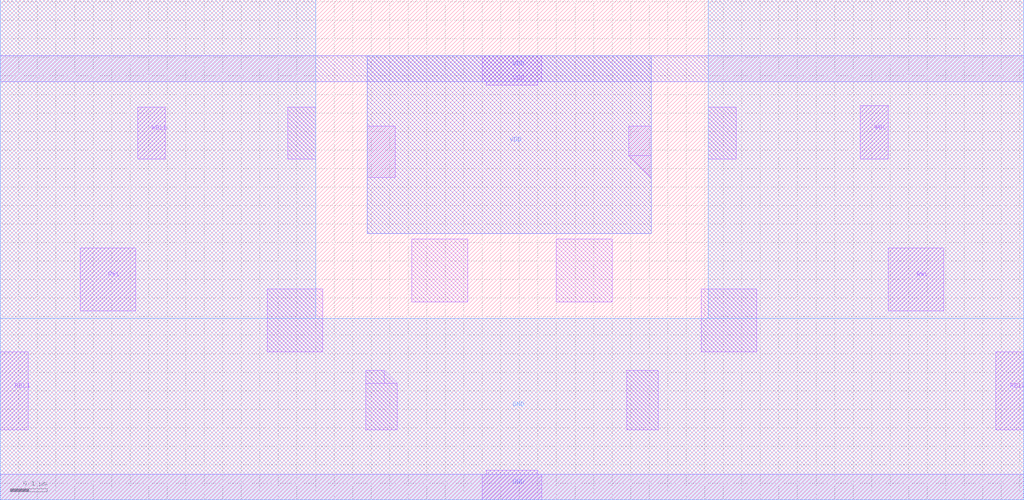
<source format=lef>
VERSION 5.7 ;
  NOWIREEXTENSIONATPIN ON ;
  DIVIDERCHAR "/" ;
  BUSBITCHARS "[]" ;
MACRO 10T_toy_magic
  CLASS BLOCK ;
  FOREIGN 10T_toy_magic ;
  ORIGIN 0.500 0.095 ;
  SIZE 2.760 BY 1.350 ;
  PIN RWL
    DIRECTION INPUT ;
    USE SIGNAL ;
    ANTENNAGATEAREA 0.031500 ;
    PORT
      LAYER li1 ;
        RECT 1.895 0.415 2.045 0.585 ;
    END
  END RWL
  PIN RWL
    DIRECTION INPUT ;
    USE SIGNAL ;
    ANTENNAGATEAREA 0.031500 ;
    PORT
      LAYER li1 ;
        RECT -0.285 0.415 -0.135 0.585 ;
    END
  END RWL
  PIN WBL
    DIRECTION INPUT ;
    USE SIGNAL ;
    ANTENNADIFFAREA 0.024175 ;
    PORT
      LAYER li1 ;
        RECT 1.820 0.825 1.895 0.970 ;
    END
  END WBL
  PIN WBLb
    DIRECTION INPUT ;
    USE SIGNAL ;
    ANTENNADIFFAREA 0.023100 ;
    PORT
      LAYER li1 ;
        RECT -0.130 0.825 -0.055 0.965 ;
    END
  END WBLb
  PIN RBL0
    DIRECTION OUTPUT ;
    USE SIGNAL ;
    ANTENNADIFFAREA 0.045150 ;
    PORT
      LAYER li1 ;
        RECT 2.185 0.095 2.260 0.305 ;
    END
  END RBL0
  PIN RBL1
    DIRECTION OUTPUT ;
    USE SIGNAL ;
    ANTENNADIFFAREA 0.045150 ;
    PORT
      LAYER li1 ;
        RECT -0.500 0.095 -0.425 0.305 ;
    END
  END RBL1
  PIN VDD
    DIRECTION INOUT ;
    USE POWER ;
    SHAPE ABUTMENT ;
    PORT
      LAYER nwell ;
        RECT 0.490 0.625 1.255 1.105 ;
      LAYER li1 ;
        RECT 0.800 1.035 0.960 1.105 ;
        RECT 0.810 1.025 0.950 1.035 ;
      LAYER met1 ;
        RECT -0.500 1.035 2.260 1.105 ;
    END
  END VDD
  PIN GND
    DIRECTION INOUT ;
    USE GROUND ;
    SHAPE ABUTMENT ;
    PORT
      LAYER pwell ;
        RECT -0.500 0.395 0.350 1.255 ;
        RECT 1.410 0.395 2.260 1.255 ;
        RECT -0.500 -0.095 2.260 0.395 ;
      LAYER li1 ;
        RECT 0.810 -0.025 0.950 -0.015 ;
        RECT 0.800 -0.095 0.960 -0.025 ;
      LAYER met1 ;
        RECT -0.500 -0.095 2.260 -0.025 ;
    END
  END GND
  OBS
      LAYER li1 ;
        RECT 0.275 0.825 0.350 0.965 ;
        RECT 0.490 0.775 0.565 0.915 ;
        RECT 1.195 0.835 1.255 0.915 ;
        POLYGON 1.195 0.835 1.255 0.835 1.255 0.775 ;
        RECT 1.410 0.825 1.485 0.965 ;
        RECT 0.220 0.305 0.370 0.475 ;
        RECT 0.610 0.440 0.760 0.610 ;
        RECT 1.000 0.440 1.150 0.610 ;
        RECT 1.390 0.305 1.540 0.475 ;
        RECT 0.485 0.220 0.535 0.255 ;
        POLYGON 0.535 0.255 0.570 0.220 0.535 0.220 ;
        RECT 0.485 0.095 0.570 0.220 ;
        RECT 1.190 0.095 1.275 0.255 ;
  END
END 10T_toy_magic
END LIBRARY


</source>
